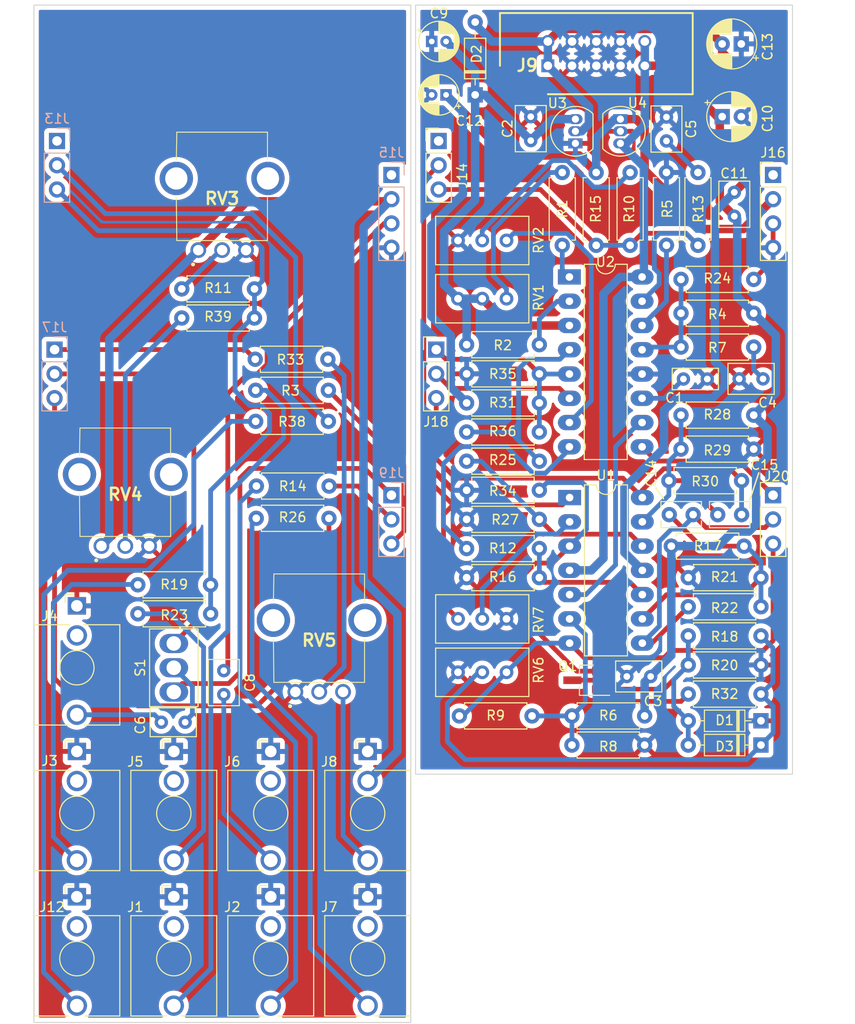
<source format=kicad_pcb>
(kicad_pcb (version 20211014) (generator pcbnew)
  (layers (0 "F.Cu" signal) (31 "B.Cu" signal) (34 "B.Paste" user) (35 "F.Paste" user) (36 "B.SilkS" user "B.Silkscreen") (37 "F.SilkS" user "F.Silkscreen") (38 "B.Mask" user) (39 "F.Mask" user) (44 "Edge.Cuts" user))
  (net 0 "")
  (net 1 "Net-(C1-Pad1)")
  (net 2 "GND")
  (net 3 "-5VA")
  (net 4 "+12VA")
  (net 5 "Net-(C4-Pad1)")
  (net 6 "Net-(C5-Pad1)")
  (net 7 "/SYNC")
  (net 8 "Net-(C6-Pad2)")
  (net 9 "/LINFM")
  (net 10 "/TR3C")
  (net 11 "-12VA")
  (net 12 "+5VA")
  (net 13 "Net-(C14-Pad1)")
  (net 14 "Net-(C15-Pad1)")
  (net 15 "/BL3M")
  (net 16 "Net-(D1-Pad2)")
  (net 17 "Net-(D3-Pad1)")
  (net 18 "/TRI")
  (net 20 "/SAW")
  (net 22 "/CV1")
  (net 25 "/CV2")
  (net 28 "/PULSE")
  (net 30 "/PWM")
  (net 31 "/SIN")
  (net 33 "Net-(Q1-Pad1)")
  (net 34 "Net-(Q1-Pad2)")
  (net 35 "Net-(R1-Pad1)")
  (net 36 "Net-(R1-Pad2)")
  (net 37 "Net-(R2-Pad2)")
  (net 38 "/LIN_FM")
  (net 39 "Net-(R5-Pad1)")
  (net 40 "Net-(R6-Pad1)")
  (net 41 "Net-(R10-Pad1)")
  (net 42 "/CV_NODE")
  (net 43 "Net-(R11-Pad1)")
  (net 44 "/SAW_OUT")
  (net 45 "Net-(R12-Pad2)")
  (net 46 "/PULSE_OUT")
  (net 47 "Net-(R25-Pad2)")
  (net 48 "Net-(R33-Pad1)")
  (net 49 "/SIN_RAW")
  (net 50 "Net-(R39-Pad1)")
  (net 51 "Net-(RV2-Pad1)")
  (net 52 "Net-(RV7-Pad2)")
  (net 53 "/TRIANGLE_OUT")
  (net 54 "/TL3C")
  (net 55 "/TR3M")
  (net 56 "/TL2C")
  (net 57 "/TL1C")
  (net 58 "/TL1M")
  (net 59 "/TR2C")
  (net 60 "/TR1C")
  (net 61 "/TR1M")
  (net 62 "/BL3C")
  (net 63 "/BL2C")
  (net 64 "/BL1C")
  (net 65 "/BL2M")
  (net 66 "/BR1C")
  (net 67 "/BR2C")
  (net 68 "/BR3C")
  (net 69 "/BR3M")
  (net 70 "/BR2M")
  (net 71 "/BR1M")
  (net 72 "/BL1M")
  (net 73 "/TR2M")
  (net 74 "/TR2C_5V")
  (footprint "Connector_Audio:Jack_3.5mm_QingPu_WQP-PJ398SM_Vertical_CircularHoles" (layer "F.Cu") (at 34.98 93.345)
    (fp_text reference "J7")
    (fp_text value "JACK_2P")
  )
  (footprint "Package_DIP:DIP-16_W7.62mm_LongPads" (layer "F.Cu") (at 56.119 28.463)
    (fp_text reference "U2")
    (fp_text value "AS3340")
  )
  (footprint "Capacitor_THT:C_Rect_L4.6mm_W3.0mm_P2.50mm_MKS02_FKP02" (layer "F.Cu") (at 19.9 72.175 90)
    (fp_text reference "C8")
    (fp_text value "10n")
  )
  (footprint "Resistor_THT:R_Axial_DIN0207_L6.3mm_D2.5mm_P7.62mm_Horizontal" (layer "F.Cu") (at 23.3 53.725)
    (fp_text reference "R26")
    (fp_text value "1k")
  )
  (footprint "Resistor_THT:R_Axial_DIN0207_L6.3mm_D2.5mm_P7.62mm_Horizontal" (layer "F.Cu") (at 68.58 62.986)
    (fp_text reference "R22")
    (fp_text value "100k")
  )
  (footprint "Capacitor_THT:C_Rect_L4.6mm_W3.0mm_P2.50mm_MKS02_FKP02" (layer "F.Cu") (at 64.64 70.288 180)
    (fp_text reference "C3")
    (fp_text value "100n")
  )
  (footprint "Connector_Audio:Jack_3.5mm_QingPu_WQP-PJ398SM_Vertical_CircularHoles" (layer "F.Cu") (at 4.5 93.345)
    (fp_text reference "J12")
    (fp_text value "JACK_2P")
  )
  (footprint "Resistor_THT:R_Axial_DIN0207_L6.3mm_D2.5mm_P7.62mm_Horizontal" (layer "F.Cu") (at 76.2 66.034 180)
    (fp_text reference "R18")
    (fp_text value "1M")
  )
  (footprint "Package_DIP:DIP-14_W7.62mm_LongPads" (layer "F.Cu") (at 56.144 51.557)
    (fp_text reference "U1")
    (fp_text value "TL074")
  )
  (footprint "Resistor_THT:R_Axial_DIN0207_L6.3mm_D2.5mm_P7.62mm_Horizontal" (layer "F.Cu") (at 67.818 35.801334)
    (fp_text reference "R7")
    (fp_text value "470")
  )
  (footprint "Connector_Audio:Jack_3.5mm_QingPu_WQP-PJ398SM_Vertical_CircularHoles" (layer "F.Cu") (at 24.82 93.345)
    (fp_text reference "J2")
    (fp_text value "JACK_2P")
  )
  (footprint "Connector_Audio:Jack_3.5mm_QingPu_WQP-PJ398SM_Vertical_CircularHoles" (layer "F.Cu") (at 14.66 78.13)
    (fp_text reference "J5")
    (fp_text value "JACK_2P")
  )
  (footprint "Resistor_THT:R_Axial_DIN0207_L6.3mm_D2.5mm_P7.62mm_Horizontal" (layer "F.Cu") (at 52.971 38.602 180)
    (fp_text reference "R35")
    (fp_text value "200k")
  )
  (footprint "Resistor_THT:R_Axial_DIN0207_L6.3mm_D2.5mm_P7.62mm_Horizontal" (layer "F.Cu") (at 45.351 35.548)
    (fp_text reference "R2")
    (fp_text value "5.6k")
  )
  (footprint "Capacitor_THT:C_Rect_L4.0mm_W2.5mm_P2.50mm" (layer "F.Cu") (at 71.668 53.34)
    (fp_text reference "C15")
    (fp_text value "10p")
  )
  (footprint "Capacitor_THT:C_Rect_L4.6mm_W3.0mm_P2.50mm_MKS02_FKP02" (layer "F.Cu") (at 73.406 22.098 90)
    (fp_text reference "C11")
    (fp_text value "100n")
  )
  (footprint "Potentiometer_THT:Potentiometer_Bourns_3296W_Vertical" (layer "F.Cu") (at 49.528 64.256)
    (fp_text reference "RV7")
    (fp_text value "10K")
  )
  (footprint "Package_TO_SOT_THT:TO-92_Inline" (layer "F.Cu") (at 61.468 11.938 -90)
    (fp_text reference "U4")
    (fp_text value "LP2950")
  )
  (footprint "Resistor_THT:R_Axial_DIN0207_L6.3mm_D2.5mm_P7.62mm_Horizontal" (layer "F.Cu") (at 10.9 63.725)
    (fp_text reference "R23")
    (fp_text value "100k")
  )
  (footprint "Capacitor_THT:CP_Radial_D4.0mm_P1.50mm" (layer "F.Cu") (at 43.195401 9.398 180)
    (fp_text reference "C12")
    (fp_text value "1u")
  )
  (footprint "SamacSys_Parts:RD901F4015R1B10K00DL1" (layer "F.Cu") (at 7.075 56.625)
    (fp_text reference "RV4")
    (fp_text value "100k" hide)
  )
  (footprint "Resistor_THT:R_Axial_DIN0207_L6.3mm_D2.5mm_P7.62mm_Horizontal" (layer "F.Cu") (at 55.372 17.526 -90)
    (fp_text reference "R1")
    (fp_text value "24k")
  )
  (footprint "Diode_THT:D_DO-35_SOD27_P7.62mm_Horizontal" (layer "F.Cu") (at 76.2 74.924 180)
    (fp_text reference "D1")
    (fp_text value "1N4148")
  )
  (footprint "Package_TO_SOT_SMD:SOT-23_Handsoldering" (layer "F.Cu") (at 57.936 70.678 180)
    (fp_text reference "Q1")
    (fp_text value "MMBFJ201")
  )
  (footprint "Potentiometer_THT:Potentiometer_Bourns_3296W_Vertical" (layer "F.Cu") (at 49.528 24.638)
    (fp_text reference "RV2")
    (fp_text value "10K")
  )
  (footprint "Capacitor_THT:CP_Radial_D5.0mm_P2.00mm" (layer "F.Cu") (at 72.136 11.678)
    (fp_text reference "C10")
    (fp_text value "10u")
  )
  (footprint "Resistor_THT:R_Axial_DIN0207_L6.3mm_D2.5mm_P7.62mm_Horizontal" (layer "F.Cu") (at 64.008 77.464 180)
    (fp_text reference "R8")
    (fp_text value "91k")
  )
  (footprint "Capacitor_THT:C_Rect_L4.6mm_W3.0mm_P2.50mm_MKS02_FKP02" (layer "F.Cu") (at 52.07 11.684 -90)
    (fp_text reference "C2")
    (fp_text value "100n")
  )
  (footprint "Resistor_THT:R_Axial_DIN0207_L6.3mm_D2.5mm_P7.62mm_Horizontal" (layer "F.Cu") (at 23.24 43.575)
    (fp_text reference "R38")
    (fp_text value "1k")
  )
  (footprint "Capacitor_THT:C_Rect_L4.6mm_W2.0mm_P2.50mm_MKS02_FKP02" (layer "F.Cu") (at 68.072 39.141334)
    (fp_text reference "C1")
    (fp_text value "1n")
  )
  (footprint "Resistor_THT:R_Axial_DIN0207_L6.3mm_D2.5mm_P7.62mm_Horizontal" (layer "F.Cu") (at 23.24 40.325)
    (fp_text reference "R3")
    (fp_text value "1k")
  )
  (footprint "Connector_Audio:Jack_3.5mm_QingPu_WQP-PJ398SM_Vertical_CircularHoles" (layer "F.Cu") (at 34.98 78.13)
    (fp_text reference "J8")
    (fp_text value "JACK_2P")
  )
  (footprint "Resistor_THT:R_Axial_DIN0207_L6.3mm_D2.5mm_P7.62mm_Horizontal" (layer "F.Cu") (at 75.438 28.714667 180)
    (fp_text reference "R24")
    (fp_text value "1M")
  )
  (footprint "Capacitor_THT:CP_Radial_D4.0mm_P1.50mm" (layer "F.Cu") (at 41.695401 3.81)
    (fp_text reference "C9")
    (fp_text value "1u")
  )
  (footprint "Resistor_THT:R_Axial_DIN0207_L6.3mm_D2.5mm_P7.62mm_Horizontal" (layer "F.Cu") (at 45.351 44.692)
    (fp_text reference "R36")
    (fp_text value "10M")
  )
  (footprint "Resistor_THT:R_Axial_DIN0207_L6.3mm_D2.5mm_P7.62mm_Horizontal" (layer "F.Cu") (at 67.818 32.258)
    (fp_text reference "R4")
    (fp_text value "1.5M")
  )
  (footprint "Resistor_THT:R_Axial_DIN0207_L6.3mm_D2.5mm_P7.62mm_Horizontal" (layer "F.Cu") (at 62.484 17.526 -90)
    (fp_text reference "R10")
    (fp_text value "470k")
  )
  (footprint "Resistor_THT:R_Axial_DIN0207_L6.3mm_D2.5mm_P7.62mm_Horizontal" (layer "F.Cu") (at 45.351 53.836)
    (fp_text reference "R27")
    (fp_text value "100k")
  )
  (footprint "Resistor_THT:R_Axial_DIN0207_L6.3mm_D2.5mm_P7.62mm_Horizontal" (layer "F.Cu") (at 75.438 46.482 180)
    (fp_text reference "R29")
    (fp_text value "91k")
  )
  (footprint "Potentiometer_THT:Potentiometer_Bourns_3296W_Vertical" (layer "F.Cu") (at 49.528 69.844)
    (fp_text reference "RV6")
    (fp_text value "10K")
  )
  (footprint "Resistor_THT:R_Axial_DIN0207_L6.3mm_D2.5mm_P7.62mm_Horizontal" (layer "F.Cu") (at 68.58 69.082)
    (fp_text reference "R20")
    (fp_text value "1M")
  )
  (footprint "Diode_THT:D_DO-35_SOD27_P7.62mm_Horizontal" (layer "F.Cu") (at 76.2 77.464 180)
    (fp_text reference "D3")
    (fp_text value "1N4148")
  )
  (footprint "Resistor_THT:R_Axial_DIN0207_L6.3mm_D2.5mm_P7.62mm_Horizontal" (layer "F.Cu") (at 67.818 42.926)
    (fp_text reference "R28")
    (fp_text value "240k")
  )
  (footprint "SamacSys_Parts:RD901F4015R1B10K00DL1" (layer "F.Cu") (at 17.225 25.65)
    (fp_text reference "RV3")
    (fp_text value "10k" hide)
  )
  (footprint "Resistor_THT:R_Axial_DIN0207_L6.3mm_D2.5mm_P7.62mm_Horizontal" (layer "F.Cu") (at 58.928 25.146 90)
    (fp_text reference "R15")
    (fp_text value "220k")
  )
  (footprint "Resistor_THT:R_Axial_DIN0207_L6.3mm_D2.5mm_P7.62mm_Horizontal" (layer "F.Cu") (at 52.971 47.746 180)
    (fp_text reference "R25")
    (fp_text value "180k")
  )
  (footprint "Resistor_THT:R_Axial_DIN0207_L6.3mm_D2.5mm_P7.62mm_Horizontal" (layer "F.Cu") (at 74.422 56.642 180)
    (fp_text reference "R17")
    (fp_text value "240k")
  )
  (footprint "Capacitor_THT:C_Rect_L4.6mm_W3.0mm_P2.50mm_MKS02_FKP02" (layer "F.Cu") (at 76.414 39.128667 180)
    (fp_text reference "C4")
    (fp_text value "10n")
  )
  (footprint "SamacSys_Parts:SHDR10W50P254_2X5_2020X850X920P" (layer "F.Cu") (at 53.863401 6.35)
    (fp_text reference "J9")
    (fp_text value "PWR" hide)
  )
  (footprint "Resistor_THT:R_Axial_DIN0207_L6.3mm_D2.5mm_P7.62mm_Horizontal" (layer "F.Cu") (at 68.58 59.938)
    (fp_text reference "R21")
    (fp_text value "91k")
  )
  (footprint "Diode_THT:D_DO-35_SOD27_P7.62mm_Horizontal" (layer "F.Cu") (at 46.243401 9.398 90)
    (fp_text reference "D2")
    (fp_text value "1N4148")
  )
  (footprint "Resistor_THT:R_Axial_DIN0207_L6.3mm_D2.5mm_P7.62mm_Horizontal" (layer "F.Cu") (at 52.971 50.788 180)
    (fp_text reference "R34")
    (fp_text value "1k")
  )
  (footprint "Resistor_THT:R_Axial_DIN0207_L6.3mm_D2.5mm_P7.62mm_Horizontal" (layer "F.Cu") (at 45.351 59.938)
    (fp_text reference "R16")
    (fp_text value "100k")
  )
  (footprint "Resistor_THT:R_Axial_DIN0207_L6.3mm_D2.5mm_P7.62mm_Horizontal" (layer "F.Cu") (at 15.494 29.712)
    (fp_text reference "R11")
    (fp_text value "47k")
  )
  (footprint "Resistor_THT:R_Axial_DIN0207_L6.3mm_D2.5mm_P7.62mm_Horizontal" (layer "F.Cu") (at 69.596 17.526 -90)
    (fp_text reference "R13")
    (fp_text value "470")
  )
  (footprint "SamacSys_Parts:RD901F4015R1B10K00DL1" (layer "F.Cu") (at 27.4 71.9)
    (fp_text reference "RV5")
    (fp_text value "100k" hide)
  )
  (footprint "Resistor_THT:R_Axial_DIN0207_L6.3mm_D2.5mm_P7.62mm_Horizontal" (layer "F.Cu") (at 74.168 49.784 180)
    (fp_text reference "R30")
    (fp_text value "100k")
  )
  (footprint "Resistor_THT:R_Axial_DIN0207_L6.3mm_D2.5mm_P7.62mm_Horizontal" (layer "F.Cu") (at 56.388 74.416)
    (fp_text reference "R6")
    (fp_text value "240k")
  )
  (footprint "Kicad Libraries:200MSP1T1B1M1RE" (layer "F.Cu") (at 14.66 69.37 90)
    (fp_text reference "S1")
    (fp_text value "TS-01")
  )
  (footprint "Resistor_THT:R_Axial_DIN0207_L6.3mm_D2.5mm_P7.62mm_Horizontal" (layer "F.Cu") (at 44.589 74.416)
    (fp_text reference "R9")
    (fp_text value "100k")
  )
  (footprint "Package_TO_SOT_THT:TO-92_Inline" (layer "F.Cu") (at 56.748 14.478 90)
    (fp_text reference "U3")
    (fp_text value "79L05")
  )
  (footprint "Potentiometer_THT:Potentiometer_Bourns_3296W_Vertical" (layer "F.Cu") (at 49.528 30.734)
    (fp_text reference "RV1")
    (fp_text value "10K")
  )
  (footprint "Connector_PinHeader_2.54mm:PinHeader_1x03_P2.54mm_Vertical" (layer "F.Cu") (at 77.47 51.308)
    (fp_text reference "J20")
    (fp_text value "Bottom Right(M)")
  )
  (footprint "Capacitor_THT:CP_Radial_D5.0mm_P2.00mm" (layer "F.Cu") (at 74.136 4.064 180)
    (fp_text reference "C13")
    (fp_text value "10u")
  )
  (footprint "Resistor_THT:R_Axial_DIN0207_L6.3mm_D2.5mm_P7.62mm_Horizontal" (layer "F.Cu") (at 30.81 37.075 180)
    (fp_text reference "R33")
    (fp_text value "100k")
  )
  (footprint "Capacitor_THT:C_Rect_L4.6mm_W3.0mm_P2.50mm_MKS02_FKP02" (layer "F.Cu") (at 13.35 75.078)
    (fp_text reference "C6")
    (fp_text value "10n")
  )
  (footprint "Resistor_THT:R_Axial_DIN0207_L6.3mm_D2.5mm_P7.62mm_Horizontal" (layer "F.Cu") (at 23.315 50.35)
    (fp_text reference "R14")
    (fp_text value "1k")
  )
  (footprint "Connector_Audio:Jack_3.5mm_QingPu_WQP-PJ398SM_Vertical_CircularHoles" (layer "F.Cu") (at 4.5 62.89)
    (fp_text reference "J4")
    (fp_text value "JACK_2P")
  )
  (footprint "Capacitor_THT:C_Rect_L4.0mm_W2.5mm_P2.50mm" (layer "F.Cu") (at 66.588 53.34)
    (fp_text reference "C14")
    (fp_text value "10p")
  )
  (footprint "Resistor_THT:R_Axial_DIN0207_L6.3mm_D2.5mm_P7.62mm_Horizontal" (layer "F.Cu") (at 45.351 41.65)
    (fp_text reference "R31")
    (fp_text value "100k")
  )
  (footprint "Capacitor_THT:C_Rect_L4.6mm_W3.0mm_P2.50mm_MKS02_FKP02" (layer "F.Cu") (at 66.294 14.224 90)
    (fp_text reference "C5")
    (fp_text value "10n")
  )
  (footprint "Resistor_THT:R_Axial_DIN0207_L6.3mm_D2.5mm_P7.62mm_Horizontal" (layer "F.Cu") (at 10.89 60.688)
    (fp_text reference "R19")
    (fp_text value "100k")
  )
  (footprint "Connector_Audio:Jack_3.5mm_QingPu_WQP-PJ398SM_Vertical_CircularHoles" (layer "F.Cu") (at 24.82 78.13)
    (fp_text reference "J6")
    (fp_text value "JACK_2P")
  )
  (footprint "Connector_PinHeader_2.54mm:PinHeader_1x03_P2.54mm_Vertical" (layer "F.Cu") (at 42.418 14.224)
    (fp_text reference "J14")
    (fp_text value "Top Left(M)")
  )
  (footprint "Connector_Audio:Jack_3.5mm_QingPu_WQP-PJ398SM_Vertical_CircularHoles" (layer "F.Cu") (at 14.66 93.345)
    (fp_text reference "J1")
    (fp_text value "JACK_2P")
  )
  (footprint "Connector_Audio:Jack_3.5mm_QingPu_WQP-PJ398SM_Vertical_CircularHoles" (layer "F.Cu") (at 4.5 78.13)
    (fp_text reference "J3")
    (fp_text value "JACK_2P")
  )
  (footprint "Resistor_THT:R_Axial_DIN0207_L6.3mm_D2.5mm_P7.62mm_Horizontal" (layer "F.Cu") (at 66.294 25.14 90)
    (fp_text reference "R5")
    (fp_text value "1.8k")
  )
  (footprint "Resistor_THT:R_Axial_DIN0207_L6.3mm_D2.5mm_P7.62mm_Horizontal" (layer "F.Cu") (at 15.494 32.76)
    (fp_text reference "R39")
    (fp_text value "1.5M")
  )
  (footprint "Connector_PinHeader_2.54mm:PinHeader_1x03_P2.54mm_Vertical" (layer "F.Cu") (at 42.164 36.068)
    (fp_text reference "J18")
    (fp_text value "Bottom Left(M)")
  )
  (footprint "Resistor_THT:R_Axial_DIN0207_L6.3mm_D2.5mm_P7.62mm_Horizontal" (layer "F.Cu") (at 76.2 72.13 180)
    (fp_text reference "R32")
    (fp_text value "1k")
  )
  (footprint "Resistor_THT:R_Axial_DIN0207_L6.3mm_D2.5mm_P7.62mm_Horizontal" (layer "F.Cu") (at 45.351 56.89)
    (fp_text reference "R12")
    (fp_text value "100k")
  )
  (footprint "Connector_PinHeader_2.54mm:PinHeader_1x04_P2.54mm_Vertical" (layer "F.Cu") (at 77.47 17.78)
    (fp_text reference "J16")
    (fp_text value "Top Right (M)")
  )
  (footprint "Connector_PinHeader_2.54mm:PinHeader_1x03_P2.54mm_Vertical" (layer "B.Cu") (at 2.164 36.068 180)
    (fp_text reference "J17")
    (fp_text value "Bottom Left(C)")
  )
  (footprint "Connector_PinHeader_2.54mm:PinHeader_1x03_P2.54mm_Vertical" (layer "B.Cu") (at 37.47 51.308 180)
    (fp_text reference "J19")
    (fp_text value "Bottom Right(C)")
  )
  (footprint "Connector_PinHeader_2.54mm:PinHeader_1x03_P2.54mm_Vertical" (layer "B.Cu") (at 2.418 14.224 180)
    (fp_text reference "J13")
    (fp_text value "Top Left(C)")
  )
  (footprint "Connector_PinHeader_2.54mm:PinHeader_1x04_P2.54mm_Vertical" (layer "B.Cu") (at 37.47 17.78 180)
    (fp_text reference "J15")
    (fp_text value "Top Right(C)")
  )
  (gr_line (start 65.13 50.488) (end 65.99 51.678) (layer "F.SilkS") (width 0.15))
  (gr_line (start 75.97 48.968) (end 75.04 51.768) (layer "F.SilkS") (width 0.15))
  (gr_rect locked (start 40 0) (end 79.5 80.51292) (layer "Edge.Cuts") (width 0.1) (fill none))
  (gr_rect locked (start 0 0) (end 39.5 106.5) (layer "Edge.Cuts") (width 0.1) (fill none))
  (segment (start 63.739 41.163) (end 66.050334 41.163) (width 0.5) (layer "B.Cu") (net 1))
  (segment (start 66.050334 41.163) (end 68.072 39.141334) (width 0.5) (layer "B.Cu") (net 1))
  (segment (start 46.988 30.734) (end 49.797 33.543) (width 0.89) (layer "F.Cu") (net 3))
  (segment (start 49.797 33.543) (end 56.119 33.543) (width 0.89) (layer "F.Cu") (net 3))
  (segment (start 42.99952 23.66948) (end 46.243401 20.425599) (width 0.89) (layer "B.Cu") (net 3))
  (segment (start 52.07 14.184) (end 54.316 11.938) (width 0.89) (layer "B.Cu") (net 3))
  (segment (start 46.243401 20.425599) (end 46.243401 9.398) (width 0.89) (layer "B.Cu") (net 3))
  (segment (start 44.448 30.734) (end 42.99952 29.28552) (width 0.89) (layer "B.Cu") (net 3))
  (segment (start 45.351 31.637) (end 44.448 30.734) (width 0.89) (layer "B.Cu") (net 3))
  (segment (start 47.284 9.398) (end 52.07 14.184) (width 0.89) (layer "B.Cu") (net 3))
  (segment (start 46.243401 9.398) (end 46.243401 6.858) (width 0.89) (layer "B.Cu") (net 3))
  (segment (start 46.243401 6.858) (end 43.195401 3.81) (width 0.89) (layer "B.Cu") (net 3))
  (segment (start 44.448 30.734) (end 46.988 30.734) (width 0.89) (layer "B.Cu") (net 3))
  (segment (start 54.316 11.938) (end 56.748 11.938) (width 0.89) (layer "B.Cu") (net 3))
  (segment (start 45.351 35.548) (end 45.351 31.637) (width 0.89) (layer "B.Cu") (net 3))
  (segment (start 42.99952 29.28552) (end 42.99952 23.66948) (width 0.89) (layer "B.Cu") (net 3))
  (segment (start 46.243401 9.398) (end 47.284 9.398) (width 0.89) (layer "B.Cu") (net 3))
  (segment (start 64.023401 6.35) (end 66.3 6.35) (width 0.89) (layer "F.Cu") (net 4))
  (segment (start 72.136 11.678) (end 71.882 11.932) (width 0.89) (layer "F.Cu") (net 4))
  (segment (start 71.628 11.678) (end 72.136 11.678) (width 0.89) (layer "F.Cu") (net 4))
  (segment (start 71.882 11.932) (end 71.882 20.574) (width 0.89) (layer "F.Cu") (net 4))
  (segment (start 66.3 6.35) (end 71.628 11.678) (width 0.89) (layer "F.Cu") (net 4))
  (segment (start 71.882 20.574) (end 73.406 22.098) (width 0.89) (layer "F.Cu") (net 4))
  (segment (start 77.758511 34.578511) (end 75.438 32.258) (width 0.89) (layer "B.Cu") (net 4))
  (segment (start 63.739 28.463) (end 61.447 28.463) (width 0.89) (layer "B.Cu") (net 4))
  (segment (start 63.082337 16.081489) (end 63.077489 16.081489) (width 0.89) (layer "B.Cu") (net 4))
  (segment (start 66.802 56.642) (end 71.712174 56.642) (width 0.89) (layer "B.Cu") (net 4))
  (segment (start 73.71 22.402) (end 73.71 30.53) (width 0.89) (layer "B.Cu") (net 4))
  (segment (start 73.71 30.53) (end 75.438 32.258) (width 0.89) (layer "B.Cu") (net 4))
  (segment (start 77.758511 40.605489) (end 77.758511 34.578511) (width 0.89) (layer "B.Cu") (net 4))
  (segment (start 76.882511 44.370511) (end 75.438 42.926) (width 0.89) (layer "B.Cu") (net 4))
  (segment (start 59.69 57.906) (end 58.419 59.177) (width 0.89) (layer "B.Cu") (net 4))
  (segment (start 59.69 30.22) (end 59.69 57.906) (width 0.89) (layer "B.Cu") (net 4))
  (segment (start 64.023401 12.53155) (end 64.023401 6.35) (width 0.89) (layer "B.Cu") (net 4))
  (segment (start 76.882511 47.317489) (end 76.882511 44.370511) (width 0.89) (layer "B.Cu") (net 4))
  (segment (start 64.023401 3.81) (end 64.023401 6.35) (width 0.89) (layer "B.Cu") (net 4))
  (segment (start 63.077489 16.081489) (end 61.474 14.478) (width 0.89) (layer "B.Cu") (net 4))
  (segment (start 75.438 42.926) (end 77.758511 40.605489) (width 0.89) (layer "B.Cu") (net 4))
  (segment (start 62.076951 14.478) (end 61.468 14.478) (width 0.89) (layer "B.Cu") (net 4))
  (segment (start 61.447 28.463) (end 59.69 30.22) (width 0.89) (layer "B.Cu") (net 4))
  (segment (start 75.692 48.508) (end 76.882511 47.317489) (width 0.89) (layer "B.Cu") (net 4))
  (segment (start 64.008 70.866) (end 64.77 70.104) (width 0.89) (layer "B.Cu") (net 4))
  (segment (start 63.739 28.463) (end 63.928511 28.273489) (width 0.89) (layer "B.Cu") (net 4))
  (segment (start 66.802 68.072) (end 66.802 56.642) (width 0.89) (layer "B.Cu") (net 4))
  (segment (start 58.419 59.177) (end 56.144 59.177) (width 0.89) (layer "B.Cu") (net 4))
  (segment (start 73.406 22.098) (end 73.71 22.402) (width 0.89) (layer "B.Cu") (net 4))
  (segment (start 75.692 54.35) (end 75.692 48.508) (width 0.89) (layer "B.Cu") (net 4))
  (segment (start 74.93 55.112) (end 75.692 54.35) (width 0.89) (layer "B.Cu") (net 4))
  (segment (start 73.242174 55.112) (end 74.93 55.112) (width 0.89) (layer "B.Cu") (net 4))
  (segment (start 64.008 74.416) (end 64.008 70.866) (width 0.89) (layer "B.Cu") (net 4))
  (segment (start 63.928511 28.273489) (end 63.928511 16.927663) (width 0.89) (layer "B.Cu") (net 4))
  (segment (start 64.023401 12.53155) (end 62.076951 14.478) (width 0.89) (layer "B.Cu") (net 4))
  (segment (start 63.928511 16.927663) (end 63.082337 16.081489) (width 0.89) (layer "B.Cu") (net 4))
  (segment (start 71.712174 56.642) (end 73.242174 55.112) (width 0.89) (layer "B.Cu") (net 4))
  (segment (start 61.474 14.478) (end 61.468 14.478) (width 0.89) (layer "B.Cu") (net 4))
  (segment (start 64.77 70.104) (end 66.802 68.072) (width 0.89) (layer "B.Cu") (net 4))
  (segment (start 75.438 35.801334) (end 75.438 38.152667) (width 0.5) (layer "B.Cu") (net 5))
  (segment (start 75.438 38.152667) (end 76.414 39.128667) (width 0.5) (layer "B.Cu") (net 5))
  (segment (start 66.294 14.224) (end 69.596 17.526) (width 0.5) (layer "B.Cu") (net 6))
  (segment (start 4.5 74.29) (end 12.64 74.29) (width 0.5) (layer "B.Cu") (net 7))
  (segment (start 12.64 74.29) (end 13.35 75) (width 0.5) (layer "B.Cu") (net 7))
  (segment (start 16.60952 71.30959) (end 16.60952 74.24048) (width 0.5) (layer "B.Cu") (net 8))
  (segment (start 14.66993 69.37) (end 16.60952 71.30959) (width 0.5) (layer "B.Cu") (net 8))
  (segment (start 14.66 69.37) (end 14.66993 69.37) (width 0.5) (layer "B.Cu") (net 8))
  (segment (start 16.60952 74.24048) (end 15.85 75) (width 0.5) (layer "B.Cu") (net 8))
  (segment (start 19.9 84.61) (end 24.82 89.53) (width 0.5) (layer "B.Cu") (net 9))
  (segment (start 19.9 72.175) (end 19.9 84.61) (width 0.5) (layer "B.Cu") (net 9))
  (segment (start 20.32 40.676946) (end 22.394946 38.602) (width 0.5) (layer "F.Cu") (net 10))
  (segment (start 19.9 69.675) (end 20.32 69.255) (width 0.5) (layer "F.Cu") (net 10))
  (segment (start 24.439511 37.592565) (end 24.439511 35.128489) (width 0.5) (layer "F.Cu") (net 10))
  (segment (start 36.708 22.86) (end 37.47 22.86) (width 0.5) (layer "F.Cu") (net 10))
  (segment (start 24.439511 35.128489) (end 36.708 22.86) (width 0.5) (layer "F.Cu") (net 10))
  (segment (start 22.394946 38.602) (end 23.430076 38.602) (width 0.5) (layer "F.Cu") (net 10))
  (segment (start 23.430076 38.602) (end 24.439511 37.592565) (width 0.5) (layer "F.Cu") (net 10))
  (segment (start 20.32 69.255) (end 20.32 40.676946) (width 0.5) (layer "F.Cu") (net 10))
  (segment (start 75.580511 17.423489) (end 75.580511 8.397533) (width 0.89) (layer "F.Cu") (net 11))
  (segment (start 73.406 19.598) (end 75.580511 17.423489) (width 0.89) (layer "F.Cu") (net 11))
  (segment (start 72.136 4.953022) (end 72.136 4.064) (width 0.89) (layer "F.Cu") (net 11))
  (segment (start 70.562489 2.490489) (end 72.136 4.064) (width 0.89) (layer "F.Cu") (net 11))
  (segment (start 55.182912 2.490489) (end 53.863401 3.81) (width 0.89) (layer "F.Cu") (net 11))
  (segment (start 75.580511 8.397533) (end 72.136 4.953022) (width 0.89) (layer "F.Cu") (net 11))
  (segment (start 55.182912 2.490489) (end 70.562489 2.490489) (width 0.89) (layer "F.Cu") (net 11))
  (segment (start 48.012 3.81) (end 53.863401 3.81) (width 0.89) (layer "B.Cu") (net 11))
  (segment (start 66.420856 42.05752) (end 66.39448 42.05752) (width 0.89) (layer "B.Cu") (net 11))
  (segment (start 71.12 41.142) (end 67.336376 41.142) (width 0.89) (layer "B.Cu") (net 11))
  (segment (start 58.166 10.652599) (end 58.166 12.44) (width 0.89) (layer "B.Cu") (net 11))
  (segment (start 46.243401 1.778) (end 46.243401 2.041401) (width 0.89) (layer "B.Cu") (net 11))
  (segment (start 53.863401 3.81) (end 53.863401 6.35) (width 0.89) (layer "B.Cu") (net 11))
  (segment (start 53.863401 6.35) (end 58.166 10.652599) (width 0.89) (layer "B.Cu") (net 11))
  (segment (start 71.374 21.63) (end 71.374 37.332) (width 0.89) (layer "B.Cu") (net 11))
  (segment (start 66.39448 42.05752) (end 66.04 42.412) (width 0.89) (layer "B.Cu") (net 11))
  (segment (start 72.39 38.348) (end 72.39 39.872) (width 0.89) (layer "B.Cu") (net 11))
  (segment (start 57.398 13.208) (end 56.748 13.208) (width 0.89) (layer "B.Cu") (net 11))
  (segment (start 46.243401 2.041401) (end 48.012 3.81) (width 0.89) (layer "B.Cu") (net 11))
  (segment (start 67.336376 41.142) (end 66.420856 42.05752) (width 0.89) (layer "B.Cu") (net 11))
  (segment (start 66.04 46.384859) (end 61.89448 50.530379) (width 0.89) (layer "B.Cu") (net 11))
  (segment (start 72.39 39.872) (end 71.12 41.142) (width 0.89) (layer "B.Cu") (net 11))
  (segment (start 61.89448 57.30748) (end 63.764 59.177) (width 0.89) (layer "B.Cu") (net 11))
  (segment (start 66.04 42.412) (end 66.04 46.384859) (width 0.89) (layer "B.Cu") (net 11))
  (segment (start 61.89448 50.530379) (end 61.89448 57.30748) (width 0.89) (layer "B.Cu") (net 11))
  (segment (start 58.166 12.44) (end 57.398 13.208) (width 0.89) (layer "B.Cu") (net 11))
  (segment (start 73.406 19.598) (end 71.374 21.63) (width 0.89) (layer "B.Cu") (net 11))
  (segment (start 71.374 37.332) (end 72.39 38.348) (width 0.89) (layer "B.Cu") (net 11))
  (segment (start 43.195401 9.398) (end 49.539401 15.742) (width 0.89) (layer "F.Cu") (net 12))
  (segment (start 57.144 15.742) (end 58.928 17.526) (width 0.89) (layer "F.Cu") (net 12))
  (segment (start 64.008 17.276848) (end 64.008 12.838) (width 0.89) (layer "F.Cu") (net 12))
  (segment (start 77.47 20.32) (end 74.347489 23.442511) (width 0.89) (layer "F.Cu") (net 12))
  (segment (start 64.008 12.838) (end 63.108 11.938) (width 0.89) (layer "F.Cu") (net 12))
  (segment (start 63.108 11.938) (end 61.468 11.938) (width 0.89) (layer "F.Cu") (net 12))
  (segment (start 70.173663 23.442511) (end 64.008 17.276848) (width 0.89) (layer "F.Cu") (net 12))
  (segment (start 74.347489 23.442511) (end 70.173663 23.442511) (width 0.89) (layer "F.Cu") (net 12))
  (segment (start 49.539401 15.742) (end 57.144 15.742) (width 0.89) (layer "F.Cu") (net 12))
  (segment (start 45.351 41.65) (end 43.688 39.987) (width 0.89) (layer "B.Cu") (net 12))
  (segment (start 61.468 11.938) (end 60.859049 11.938) (width 0.89) (layer "B.Cu") (net 12))
  (segment (start 44.958 19.806) (end 44.958 11.160599) (width 0.89) (layer "B.Cu") (net 12))
  (segment (start 41.656 23.108) (end 44.958 19.806) (width 0.89) (layer "B.Cu") (net 12))
  (segment (start 41.656 32.570978) (end 41.656 23.108) (width 0.89) (layer "B.Cu") (net 12))
  (segment (start 43.688 39.987) (end 43.688 34.602978) (width 0.89) (layer "B.Cu") (net 12))
  (segment (start 44.958 11.160599) (end 43.195401 9.398) (width 0.89) (layer "B.Cu") (net 12))
  (segment (start 43.688 34.602978) (end 41.656 32.570978) (width 0.89) (layer "B.Cu") (net 12))
  (segment (start 58.928 13.869049) (end 58.928 17.526) (width 0.89) (layer "B.Cu") (net 12))
  (segment (start 60.859049 11.938) (end 58.928 13.869049) (width 0.89) (layer "B.Cu") (net 12))
  (segment (start 74.422 56.642) (end 69.89 56.642) (width 0.5) (layer "F.Cu") (net 13))
  (segment (start 69.89 56.642) (end 66.588 53.34) (width 0.5) (layer "F.Cu") (net 13))
  (segment (start 66.284511 61.736489) (end 63.764 64.257) (width 0.5) (layer "F.Cu") (net 13))
  (segment (start 76.2 59.938) (end 74.401511 61.736489) (width 0.5) (layer "F.Cu") (net 13))
  (segment (start 74.401511 61.736489) (end 66.284511 61.736489) (width 0.5) (layer "F.Cu") (net 13))
  (segment (start 74.422 56.642) (end 74.67 56.642) (width 0.5) (layer "B.Cu") (net 13))
  (segment (start 76.2 58.172) (end 76.2 59.938) (width 0.5) (layer "B.Cu") (net 13))
  (segment (start 76.2 59.938) (end 76.2 62.986) (width 0.5) (layer "B.Cu") (net 13))
  (segment (start 74.67 56.642) (end 76.2 58.172) (width 0.5) (layer "B.Cu") (net 13))
  (segment (start 71.668 53.34) (end 68.112 49.784) (width 0.5) (layer "F.Cu") (net 14))
  (segment (start 68.112 49.784) (end 66.548 49.784) (width 0.5) (layer "F.Cu") (net 14))
  (segment (start 66.548 49.784) (end 66.548 51.313) (width 0.5) (layer "B.Cu") (net 14))
  (segment (start 66.548 47.752) (end 67.818 46.482) (width 0.5) (layer "B.Cu") (net 14))
  (segment (start 66.548 49.784) (end 66.548 47.752) (width 0.5) (layer "B.Cu") (net 14))
  (segment (start 66.548 51.313) (end 63.764 54.097) (width 0.5) (layer "B.Cu") (net 14))
  (segment (start 67.818 46.482) (end 67.818 42.926) (width 0.5) (layer "B.Cu") (net 14))
  (segment (start 61.731 49.524) (end 63.764 51.557) (width 0.5) (layer "F.Cu") (net 15))
  (segment (start 63.764 50.784) (end 63.764 51.557) (width 0.5) (layer "F.Cu") (net 15))
  (segment (start 42.164 41.148) (end 42.164 47.492) (width 0.5) (layer "F.Cu") (net 15))
  (segment (start 74.168 49.784) (end 72.918489 48.534489) (width 0.5) (layer "F.Cu") (net 15))
  (segment (start 42.164 47.492) (end 44.196 49.524) (width 0.5) (layer "F.Cu") (net 15))
  (segment (start 44.196 49.524) (end 61.731 49.524) (width 0.5) (layer "F.Cu") (net 15))
  (segment (start 66.013511 48.534489) (end 63.764 50.784) (width 0.5) (layer "F.Cu") (net 15))
  (segment (start 72.918489 48.534489) (end 66.013511 48.534489) (width 0.5) (layer "F.Cu") (net 15))
  (segment (start 74.168 49.784) (end 74.168 53.34) (width 0.5) (layer "B.Cu") (net 15))
  (segment (start 68.58 69.082) (end 66.04 71.622) (width 0.5) (layer "F.Cu") (net 16))
  (segment (start 66.04 71.622) (end 61.468 71.622) (width 0.5) (layer "F.Cu") (net 16))
  (segment (start 60.524 70.678) (end 56.436 70.678) (width 0.5) (layer "F.Cu") (net 16))
  (segment (start 61.468 71.622) (end 60.524 70.678) (width 0.5) (layer "F.Cu") (net 16))
  (segment (start 68.58 74.924) (end 67.056 73.4) (width 0.5) (layer "B.Cu") (net 16))
  (segment (start 68.58 69.082) (end 68.58 66.034) (width 0.5) (layer "B.Cu") (net 16))
  (segment (start 68.58 77.464) (end 68.58 74.416) (width 0.5) (layer "B.Cu") (net 16))
  (segment (start 67.056 73.4) (end 67.056 70.606) (width 0.5) (layer "B.Cu") (net 16))
  (segment (start 67.056 70.606) (end 68.58 69.082) (width 0.5) (layer "B.Cu") (net 16))
  (segment (start 77.47 73.4) (end 77.47 76.194) (width 0.5) (layer "B.Cu") (net 17))
  (segment (start 46.608 69.844) (end 46.988 69.844) (width 0.5) (layer "B.Cu") (net 17))
  (segment (start 74.676 78.988) (end 45.212 78.988) (width 0.5) (layer "B.Cu") (net 17))
  (segment (start 76.2 77.464) (end 74.676 78.988) (width 0.5) (layer "B.Cu") (net 17))
  (segment (start 45.212 78.988) (end 43.339489 77.115489) (width 0.5) (layer "B.Cu") (net 17))
  (segment (start 43.339489 77.115489) (end 43.339489 73.112511) (width 0.5) (layer "B.Cu") (net 17))
  (segment (start 77.449511 67.283511) (end 77.449511 70.880489) (width 0.5) (layer "B.Cu") (net 17))
  (segment (start 76.2 66.034) (end 77.449511 67.283511) (width 0.5) (layer "B.Cu") (net 17))
  (segment (start 76.2 72.13) (end 77.47 73.4) (width 0.5) (layer "B.Cu") (net 17))
  (segment (start 77.47 76.194) (end 76.2 77.464) (width 0.5) (layer "B.Cu") (net 17))
  (segment (start 77.449511 70.880489) (end 76.2 72.13) (width 0.5) (layer "B.Cu") (net 17))
  (segment (start 43.339489 73.112511) (end 46.608 69.844) (width 0.5) (layer "B.Cu") (net 17))
  (segment (start 26.162 42.158) (end 24.329 40.325) (width 0.5) (layer "B.Cu") (net 18))
  (segment (start 20.32 51.175) (end 26.162 45.333) (width 0.5) (layer "B.Cu") (net 18))
  (segment (start 20.32 65.526) (end 20.32 51.175) (width 0.5) (layer "B.Cu") (net 18))
  (segment (start 14.66 104.745) (end 18.542 100.863) (width 0.5) (layer "B.Cu") (net 18))
  (segment (start 18.542 67.304) (end 20.32 65.526) (width 0.5) (layer "B.Cu") (net 18))
  (segment (start 18.542 100.863) (end 18.542 67.304) (width 0.5) (layer "B.Cu") (net 18))
  (segment (start 24.329 40.325) (end 23.24 40.325) (width 0.5) (layer "B.Cu") (net 18))
  (segment (start 26.162 45.333) (end 26.162 42.158) (width 0.5) (layer "B.Cu") (net 18))
  (segment (start 21.59 71.368) (end 21.59 52.06675) (width 0.5) (layer "B.Cu") (net 20))
  (segment (start 23.30675 50.35) (end 23.315 50.35) (width 0.5) (layer "B.Cu") (net 20))
  (segment (start 21.59 52.06675) (end 23.30675 50.35) (width 0.5) (layer "B.Cu") (net 20))
  (segment (start 27.432 102.133) (end 27.432 77.21) (width 0.5) (layer "B.Cu") (net 20))
  (segment (start 27.432 77.21) (end 21.59 71.368) (width 0.5) (layer "B.Cu") (net 20))
  (segment (start 24.82 104.745) (end 27.432 102.133) (width 0.5) (layer "B.Cu") (net 20))
  (segment (start 2.032 87.062) (end 4.5 89.53) (width 0.5) (layer "B.Cu") (net 22))
  (segment (start 10.9 60.65) (end 3.960978 60.65) (width 0.5) (layer "B.Cu") (net 22))
  (segment (start 2.032 62.578978) (end 2.032 87.062) (width 0.5) (layer "B.Cu") (net 22))
  (segment (start 3.960978 60.65) (end 2.032 62.578978) (width 0.5) (layer "B.Cu") (net 22))
  (segment (start 14.66 89.53) (end 17.78 86.41) (width 0.5) (layer "B.Cu") (net 25))
  (segment (start 17.78 86.41) (end 17.78 67.225035) (width 0.5) (layer "B.Cu") (net 25))
  (segment (start 14.279965 63.725) (end 10.9 63.725) (width 0.5) (layer "B.Cu") (net 25))
  (segment (start 17.78 67.225035) (end 14.279965 63.725) (width 0.5) (layer "B.Cu") (net 25))
  (segment (start 28.956 98.721) (end 28.956 76.702) (width 0.5) (layer "B.Cu") (net 28))
  (segment (start 22.86 70.606) (end 22.86 54.165) (width 0.5) (layer "B.Cu") (net 28))
  (segment (start 28.956 76.702) (end 22.86 70.606) (width 0.5) (layer "B.Cu") (net 28))
  (segment (start 22.86 54.165) (end 23.3 53.725) (width 0.5) (layer "B.Cu") (net 28))
  (segment (start 34.98 104.745) (end 28.956 98.721) (width 0.5) (layer "B.Cu") (net 28))
  (segment (start 34.98 89.53) (end 32.4 86.95) (width 0.5) (layer "B.Cu") (net 30))
  (segment (start 32.4 86.95) (end 32.4 71.9) (width 0.5) (layer "B.Cu") (net 30))
  (segment (start 1.016 61.716) (end 3.556 59.176) (width 0.5) (layer "B.Cu") (net 31))
  (segment (start 11.938 59.176) (end 16.764 54.35) (width 0.5) (layer "B.Cu") (net 31))
  (segment (start 20.681 43.575) (end 23.24 43.575) (width 0.5) (layer "B.Cu") (net 31))
  (segment (start 1.016 101.261) (end 1.016 61.716) (width 0.5) (layer "B.Cu") (net 31))
  (segment (start 4.5 104.745) (end 1.016 101.261) (width 0.5) (layer "B.Cu") (net 31))
  (segment (start 16.764 47.492) (end 20.681 43.575) (width 0.5) (layer "B.Cu") (net 31))
  (segment (start 3.556 59.176) (end 11.938 59.176) (width 0.5) (layer "B.Cu") (net 31))
  (segment (start 16.764 54.35) (end 16.764 47.492) (width 0.5) (layer "B.Cu") (net 31))
  (segment (start 60.7 72.892) (end 67.818 72.892) (width 0.5) (layer "F.Cu") (net 33))
  (segment (start 67.818 72.892) (end 68.58 72.13) (width 0.5) (layer "F.Cu") (net 33))
  (segment (start 59.436 71.628) (end 60.7 72.892) (width 0.5) (layer "F.Cu") (net 33))
  (segment (start 59.436 69.728) (end 56.907912 69.728) (width 0.5) (layer "F.Cu") (net 34))
  (segment (start 54.367 58.414) (end 56.144 56.637) (width 0.5) (layer "F.Cu") (net 34))
  (segment (start 51.308 64.128088) (end 51.308 59.684) (width 0.5) (layer "F.Cu") (net 34))
  (segment (start 51.308 59.684) (end 52.578 58.414) (width 0.5) (layer "F.Cu") (net 34))
  (segment (start 52.578 58.414) (end 54.367 58.414) (width 0.5) (layer "F.Cu") (net 34))
  (segment (start 56.907912 69.728) (end 51.308 64.128088) (width 0.5) (layer "F.Cu") (net 34))
  (segment (start 53.770999 49.988001) (end 57.474023 49.988001) (width 0.5) (layer "B.Cu") (net 34))
  (segment (start 57.474023 49.988001) (end 57.912 50.425978) (width 0.5) (layer "B.Cu") (net 34))
  (segment (start 52.971 50.788) (end 53.770999 49.988001) (width 0.5) (layer "B.Cu") (net 34))
  (segment (start 57.912 50.425978) (end 57.912 54.869) (width 0.5) (layer "B.Cu") (net 34))
  (segment (start 57.912 54.869) (end 56.144 56.637) (width 0.5) (layer "B.Cu") (net 34))
  (segment (start 55.372 17.526) (end 54.06927 17.526) (width 0.5) (layer "B.Cu") (net 35))
  (segment (start 54.06927 17.526) (end 48.157511 23.437759) (width 0.5) (layer "B.Cu") (net 35))
  (segment (start 49.528 29.71) (end 49.528 30.734) (width 0.5) (layer "B.Cu") (net 35))
  (segment (start 48.157511 23.437759) (end 48.157511 28.339511) (width 0.5) (layer "B.Cu") (net 35))
  (segment (start 48.157511 28.339511) (end 49.528 29.71) (width 0.5) (layer "B.Cu") (net 35))
  (segment (start 55.372 27.716) (end 56.119 28.463) (width 0.5) (layer "B.Cu") (net 36))
  (segment (start 55.372 25.146) (end 55.372 27.716) (width 0.5) (layer "B.Cu") (net 36))
  (segment (start 56.119 31.003) (end 54.843 31.003) (width 0.5) (layer "B.Cu") (net 37))
  (segment (start 52.971 32.875) (end 52.971 35.548) (width 0.5) (layer "B.Cu") (net 37))
  (segment (start 54.843 31.003) (end 52.971 32.875) (width 0.5) (layer "B.Cu") (net 37))
  (segment (start 67.818 28.714667) (end 67.818 32.258) (width 0.5) (layer "B.Cu") (net 38))
  (segment (start 64.020666 35.801334) (end 63.739 36.083) (width 0.5) (layer "B.Cu") (net 38))
  (segment (start 67.818 35.801334) (end 64.020666 35.801334) (width 0.5) (layer "B.Cu") (net 38))
  (segment (start 67.818 32.258) (end 67.818 35.801334) (width 0.5) (layer "B.Cu") (net 38))
  (segment (start 63.739 33.543) (end 66.294 30.988) (width 0.5) (layer "B.Cu") (net 39))
  (segment (start 66.294 30.988) (end 66.294 25.14) (width 0.5) (layer "B.Cu") (net 39))
  (segment (start 56.388 77.464) (end 56.388 74.416) (width 0.5) (layer "B.Cu") (net 40))
  (segment (start 56.388 74.416) (end 57.79352 73.01048) (width 0.5) (layer "B.Cu") (net 40))
  (segment (start 52.209 74.416) (end 56.388 74.416) (width 0.5) (layer "B.Cu") (net 40))
  (segment (start 57.79352 65.90652) (end 56.144 64.257) (width 0.5) (layer "B.Cu") (net 40))
  (segment (start 57.79352 73.01048) (end 57.79352 65.90652) (width 0.5) (layer "B.Cu") (net 40))
  (segment (start 55.906489 16.276489) (end 58.674 19.044) (width 0.5) (layer "B.Cu") (net 41))
  (segment (start 46.988 24.638) (end 46.988 23.618) (width 0.5) (layer "B.Cu") (net 41))
  (segment (start 46.988 23.618) (end 54.329511 16.276489) (width 0.5) (layer "B.Cu") (net 41))
  (segment (start 58.674 19.044) (end 60.966 19.044) (width 0.5) (layer "B.Cu") (net 41))
  (segment (start 54.329511 16.276489) (end 55.906489 16.276489) (width 0.5) (layer "B.Cu") (net 41))
  (segment (start 60.966 19.044) (end 62.484 17.526) (width 0.5) (layer "B.Cu") (net 41))
  (segment (start 68.340489 23.890489) (end 69.596 25.146) (width 0.5) (layer "F.Cu") (net 42))
  (segment (start 53.086 19.304) (end 58.928 25.146) (width 0.5) (layer "F.Cu") (net 42))
  (segment (start 42.418 19.304) (end 53.086 19.304) (width 0.5) (layer "F.Cu") (net 42))
  (segment (start 63.739511 23.890489) (end 68.340489 23.890489) (width 0.5) (layer "F.Cu") (net 42))
  (segment (start 62.484 25.146) (end 63.739511 23.890489) (width 0.5) (layer "F.Cu") (net 42))
  (segment (start 65.564542 23.890489) (end 65.024 24.431031) (width 0.5) (layer "B.Cu") (net 42))
  (segment (start 65.024 24.431031) (end 65.024 27.580912) (width 0.5) (layer "B.Cu") (net 42))
  (segment (start 69.596 25.146) (end 68.340489 23.890489) (width 0.5) (layer "B.Cu") (net 42))
  (segment (start 65.024 27.580912) (end 65.532 28.088912) (width 0.5) (layer "B.Cu") (net 42))
  (segment (start 62.484 25.146) (end 58.928 25.146) (width 0.5) (layer "B.Cu") (net 42))
  (segment (start 65.532 29.21) (end 63.739 31.003) (width 0.5) (layer "B.Cu") (net 42))
  (segment (start 65.532 28.088912) (end 65.532 29.21) (width 0.5) (layer "B.Cu") (net 42))
  (segment (start 68.340489 23.890489) (end 65.564542 23.890489) (width 0.5) (layer "B.Cu") (net 42))
  (segment (start 15.494 29.712) (end 19.556 25.65) (width 0.5) (layer "B.Cu") (net 43))
  (segment (start 19.556 25.65) (end 19.725 25.65) (width 0.5) (layer "B.Cu") (net 43))
  (segment (start 53.614489 48.995511) (end 56.119 46.491) (width 0.5) (layer "B.Cu") (net 44))
  (segment (start 45.351 56.89) (end 42.926 54.465) (width 0.5) (layer "B.Cu") (net 44))
  (segment (start 49.53 46.222) (end 52.303511 48.995511) (width 0.5) (layer "B.Cu") (net 44))
  (segment (start 42.926 54.465) (end 42.926 48) (width 0.5) (layer "B.Cu") (net 44))
  (segment (start 44.704 46.222) (end 49.53 46.222) (width 0.5) (layer "B.Cu") (net 44))
  (segment (start 42.926 48) (end 44.704 46.222) (width 0.5) (layer "B.Cu") (net 44))
  (segment (start 56.119 46.491) (end 56.119 46.243) (width 0.5) (layer "B.Cu") (net 44))
  (segment (start 52.303511 48.995511) (end 53.614489 48.995511) (width 0.5) (layer "B.Cu") (net 44))
  (segment (start 53.45952 60.42652) (end 62.47352 60.42652) (width 0.5) (layer "F.Cu") (net 45))
  (segment (start 62.47352 60.42652) (end 63.764 61.717) (width 0.5) (layer "F.Cu") (net 45))
  (segment (start 52.971 59.938) (end 53.45952 60.42652) (width 0.5) (layer "F.Cu") (net 45))
  (segment (start 52.971 56.89) (end 52.971 59.938) (width 0.5) (layer "B.Cu") (net 45))
  (segment (start 51.816 37.078) (end 55.124 37.078) (width 0.5) (layer "B.Cu") (net 46))
  (segment (start 50.8 38.094) (end 51.816 37.078) (width 0.5) (layer "B.Cu") (net 46))
  (segment (start 50.8 45.46) (end 50.7425 45.5175) (width 0.5) (layer "B.Cu") (net 46))
  (segment (start 55.124 37.078) (end 56.119 36.083) (width 0.5) (layer "B.Cu") (net 46))
  (segment (start 50.7425 45.5175) (end 52.971 47.746) (width 0.5) (layer "B.Cu") (net 46))
  (segment (start 50.8 43.809) (end 50.8 38.094) (width 0.5) (layer "B.Cu") (net 46))
  (segment (start 49.917 44.692) (end 50.7425 45.5175) (width 0.5) (layer "B.Cu") (net 46))
  (segment (start 50.8 43.809) (end 50.8 45.46) (width 0.5) (layer "B.Cu") (net 46))
  (segment (start 49.917 44.692) (end 50.8 43.809) (width 0.5) (layer "B.Cu") (net 46))
  (segment (start 45.351 44.692) (end 49.917 44.692) (width 0.5) (layer "B.Cu") (net 46))
  (segment (start 54.52248 55.38748) (end 62.51448 55.38748) (width 0.5) (layer "F.Cu") (net 47))
  (segment (start 52.971 53.836) (end 54.52248 55.38748) (width 0.5) (layer "F.Cu") (net 47))
  (segment (start 62.51448 55.38748) (end 63.764 56.637) (width 0.5) (layer "F.Cu") (net 47))
  (segment (start 45.351 47.746) (end 46.881 47.746) (width 0.5) (layer "B.Cu") (net 47))
  (segment (start 46.881 47.746) (end 52.971 53.836) (width 0.5) (layer "B.Cu") (net 47))
  (segment (start 32.502989 65.310033) (end 32.502989 63.489967) (width 0.5) (layer "B.Cu") (net 48))
  (segment (start 32.512 63.480956) (end 32.512 38.777) (width 0.5) (layer "B.Cu") (net 48))
  (segment (start 29.9 71.9) (end 32.512 69.288) (width 0.5) (layer "B.Cu") (net 48))
  (segment (start 32.512 65.319044) (end 32.502989 65.310033) (width 0.5) (layer "B.Cu") (net 48))
  (segment (start 32.502989 63.489967) (end 32.512 63.480956) (width 0.5) (layer "B.Cu") (net 48))
  (segment (start 32.512 38.777) (end 30.81 37.075) (width 0.5) (layer "B.Cu") (net 48))
  (segment (start 32.512 69.288) (end 32.512 65.319044) (width 0.5) (layer "B.Cu") (net 48))
  (segment (start 42.926 62.734) (end 42.926 53.334) (width 0.5) (layer "F.Cu") (net 49))
  (segment (start 44.448 64.256) (end 42.926 62.734) (width 0.5) (layer "F.Cu") (net 49))
  (segment (start 40.864489 18.317511) (end 40.864489 49.240489) (width 0.5) (layer "F.Cu") (net 49))
  (segment (start 40.864489 49.240489) (end 42.926 51.302) (width 0.5) (layer "F.Cu") (net 49))
  (segment (start 42.418 16.764) (end 40.864489 18.317511) (width 0.5) (layer "F.Cu") (net 49))
  (segment (start 43.942 52.318) (end 55.383 52.318) (width 0.5) (layer "F.Cu") (net 49))
  (segment (start 55.383 52.318) (end 56.144 51.557) (width 0.5) (layer "F.Cu") (net 49))
  (segment (start 42.926 53.334) (end 42.926 51.302) (width 0.5) (layer "F.Cu") (net 49))
  (segment (start 42.926 51.302) (end 43.942 52.318) (width 0.5) (layer "F.Cu") (net 49))
  (segment (start 42.926 53.334) (end 43.942 52.318) (width 0.5) (layer "F.Cu") (net 49))
  (segment (start 15.494 32.76) (end 9.575 38.679) (width 0.5) (layer "B.Cu") (net 50))
  (segment (start 9.575 38.679) (end 9.575 56.625) (width 0.5) (layer "B.Cu") (net 50))
  (segment (start 58.42 41.402) (end 56.119 43.703) (width 0.5) (layer "B.Cu") (net 51))
  (segment (start 55.889565 23.896489) (end 58.42 26.426924) (width 0.5) (layer "B.Cu") (net 51))
  (segment (start 49.528 24.638) (end 50.269511 23.896489) (width 0.5) (layer "B.Cu") (net 51))
  (segment (start 58.42 26.426924) (end 58.42 41.402) (width 0.5) (layer "B.Cu") (net 51))
  (segment (start 50.269511 23.896489) (end 55.889565 23.896489) (width 0.5) (layer "B.Cu") (net 51))
  (segment (start 54.875 55.366) (end 56.144 54.097) (width 0.5) (layer "B.Cu") (net 52))
  (segment (start 52.727924 55.366) (end 54.875 55.366) (width 0.5) (layer "B.Cu") (net 52))
  (segment (start 46.988 61.105924) (end 52.727924 55.366) (width 0.5) (layer "B.Cu") (net 52))
  (segment (start 46.988 64.256) (end 46.988 61.105924) (width 0.5) (layer "B.Cu") (net 52))
  (segment (start 60.96 46.222) (end 63.479 43.703) (width 0.5) (layer "B.Cu") (net 53))
  (segment (start 56.144 61.717) (end 57.844 61.717) (width 0.5) (layer "B.Cu") (net 53))
  (segment (start 60.96 58.601) (end 60.96 46.222) (width 0.5) (layer "B.Cu") (net 53))
  (segment (start 63.479 43.703) (end 63.739 43.703) (width 0.5) (layer "B.Cu") (net 53))
  (segment (start 57.844 61.717) (end 60.96 58.601) (width 0.5) (layer "B.Cu") (net 53))
  (segment (start 23.114 29.712) (end 23.114 32.76) (width 0.5) (layer "B.Cu") (net 54))
  (segment (start 24.70048 42.77475) (end 24.70048 44.63552) (width 0.5) (layer "B.Cu") (net 54))
  (segment (start 21.082 34.538) (end 21.082 40.38) (width 0.5) (layer "B.Cu") (net 54))
  (segment (start 23.114 32.76) (end 22.86 32.76) (width 0.5) (layer "B.Cu") (net 54))
  (segment (start 22.098 23.616) (end 6.73 23.616) (width 0.5) (layer "B.Cu") (net 54))
  (segment (start 21.082 40.38) (end 22.606 41.904) (width 0.5) (layer "B.Cu") (net 54))
  (segment (start 22.606 41.904) (end 23.82973 41.904) (width 0.5) (layer "B.Cu") (net 54))
  (segment (start 18.52 63.725) (end 18.52 60.65) (width 0.5) (layer "B.Cu") (net 54))
  (segment (start 22.86 32.76) (end 21.082 34.538) (width 0.5) (layer "B.Cu") (net 54))
  (segment (start 23.913999 25.431999) (end 22.098 23.616) (width 0.5) (layer "B.Cu") (net 54))
  (segment (start 18.52 50.816) (end 18.52 60.65) (width 0.5) (layer "B.Cu") (net 54))
  (segment (start 24.70048 44.63552) (end 18.52 50.816) (width 0.5) (layer "B.Cu") (net 54))
  (segment (start 6.73 23.616) (end 2.418 19.304) (width 0.5) (layer "B.Cu") (net 54))
  (segment (start 23.913999 28.912001) (end 23.913999 25.431999) (width 0.5) (layer "B.Cu") (net 54))
  (segment (start 23.82973 41.904) (end 24.70048 42.77475) (width 0.5) (layer "B.Cu") (net 54))
  (segment (start 23.114 29.712) (end 23.913999 28.912001) (width 0.5) (layer "B.Cu") (net 54))
  (segment (start 77.47 26.682667) (end 75.438 28.714667) (width 0.5) (layer "F.Cu") (net 55))
  (segment (start 77.47 22.86) (end 77.47 26.682667) (width 0.5) (layer "F.Cu") (net 55))
  (segment (start 27.432 40.147) (end 30.86 43.575) (width 0.5) (layer "B.Cu") (net 56))
  (segment (start 22.86 21.838) (end 27.432 26.41) (width 0.5) (layer "B.Cu") (net 56))
  (segment (start 7.492 21.838) (end 22.86 21.838) (width 0.5) (layer "B.Cu") (net 56))
  (segment (start 27.432 26.41) (end 27.432 40.147) (width 0.5) (layer "B.Cu") (net 56))
  (segment (start 2.418 16.764) (end 7.492 21.838) (width 0.5) (layer "B.Cu") (net 56))
  (segment (start 2.164 70.484) (end 2.164 41.148) (width 0.5) (layer "F.Cu") (net 62))
  (segment (start 3.81 72.13) (end 2.164 70.484) (width 0.5) (layer "F.Cu") (net 62))
  (segment (start 30.92 53.725) (end 30.92 65.848) (width 0.5) (layer "F.Cu") (net 62))
  (segment (start 23.40848 73.35952) (end 10.88152 73.35952) (width 0.5) (layer "F.Cu") (net 62))
  (segment (start 9.652 72.13) (end 3.81 72.13) (width 0.5) (layer "F.Cu") (net 62))
  (segment (start 30.92 65.848) (end 23.40848 73.35952) (width 0.5) (layer "F.Cu") (net 62))
  (segment (start 10.88152 73.35952) (end 9.652 72.13) (width 0.5) (layer "F.Cu") (net 62))
  (segment (start 16.764 42.158) (end 16.764 64.726) (width 0.5) (layer "F.Cu") (net 63))
  (segment (start 2.164 38.608) (end 13.214 38.608) (width 0.5) (layer "F.Cu") (net 63))
  (segment (start 16.764 64.726) (end 14.66 66.83) (width 0.5) (layer "F.Cu") (net 63))
  (segment (start 13.214 38.608) (end 16.764 42.158) (width 0.5) (layer "F.Cu") (net 63))
  (segment (start 22.177 36.062) (end 2.17 36.062) (width 0.5) (layer "F.Cu") (net 64))
  (segment (start 23.19 37.075) (end 22.177 36.062) (width 0.5) (layer "F.Cu") (net 64))
  (segment (start 2.17 36.062) (end 2.164 36.068) (width 0.5) (layer "F.Cu") (net 64))
  (segment (start 55.082 40.126) (end 56.119 41.163) (width 0.5) (layer "F.Cu") (net 65))
  (segment (start 42.164 38.608) (end 43.682 40.126) (width 0.5) (layer "F.Cu") (net 65))
  (segment (start 43.682 40.126) (end 55.082 40.126) (width 0.5) (layer "F.Cu") (net 65))
  (segment (start 20.408511 71.025489) (end 15.544511 71.025489) (width 0.5) (layer "F.Cu") (net 66))
  (segment (start 21.59 49.524) (end 21.59 69.844) (width 0.5) (layer "F.Cu") (net 66))
  (segment (start 22.606 48.508) (end 21.59 49.524) (width 0.5) (layer "F.Cu") (net 66))
  (segment (start 15.544511 71.025489) (end 14.66 71.91) (width 0.5) (layer "F.Cu") (net 66))
  (segment (start 34.67 48.508) (end 22.606 48.508) (width 0.5) (layer "F.Cu") (net 66))
  (segment (start 37.47 51.308) (end 34.67 48.508) (width 0.5) (layer "F.Cu") (net 66))
  (segment (start 21.59 69.844) (end 20.408511 71.025489) (width 0.5) (layer "F.Cu") (net 66))
  (segment (start 33.972 50.35) (end 37.47 53.848) (width 0.5) (layer "F.Cu") (net 67))
  (segment (start 30.935 50.35) (end 33.972 50.35) (width 0.5) (layer "F.Cu") (net 67))
  (segment (start 37.47 56.388) (end 38.769511 55.088489) (width 0.5) (layer "F.Cu") (net 68))
  (segment (start 38.769511 48.234511) (end 30.86 40.325) (width 0.5) (layer "F.Cu") (net 68))
  (segment (start 38.769511 55.088489) (end 38.769511 48.234511) (width 0.5) (layer "F.Cu") (net 68))
  (segment (start 77.47 66.542) (end 76.454 67.558) (width 0.5) (layer "F.Cu") (net 69))
  (segment (start 76.454 67.558) (end 66.802 67.558) (width 0.5) (layer "F.Cu") (net 69))
  (segment (start 66.802 67.558) (end 66.04 68.32) (width 0.5) (layer "F.Cu") (net 69))
  (segment (start 66.04 68.32) (end 57.667 68.32) (width 0.5) (layer "F.Cu") (net 69))
  (segment (start 57.667 68.32) (end 56.144 66.797) (width 0.5) (layer "F.Cu") (net 69))
  (segment (start 77.47 56.388) (end 77.47 66.542) (width 0.5) (layer "F.Cu") (net 69))
  (segment (start 52.577 66.797) (end 56.144 66.797) (width 0.5) (layer "B.Cu") (net 69))
  (segment (start 52.576 66.796) (end 52.577 66.797) (width 0.5) (layer "B.Cu") (net 69))
  (segment (start 49.528 69.844) (end 52.576 66.796) (width 0.5) (layer "B.Cu") (net 69))
  (segment (start 44.589 74.416) (end 44.956 74.416) (width 0.5) (layer "B.Cu") (net 69))
  (segment (start 44.956 74.416) (end 49.528 69.844) (width 0.5) (layer "B.Cu") (net 69))
  (segment (start 68.58 62.986) (end 64.769 66.797) (width 0.5) (layer "F.Cu") (net 70))
  (segment (start 77.47 53.848) (end 76.62 54.698) (width 0.5) (layer "F.Cu") (net 70))
  (segment (start 70.446 54.698) (end 69.088 53.34) (width 0.5) (layer "F.Cu") (net 70))
  (segment (start 64.769 66.797) (end 63.764 66.797) (width 0.5) (layer "F.Cu") (net 70))
  (segment (start 76.62 54.698) (end 70.446 54.698) (width 0.5) (layer "F.Cu") (net 70))
  (segment (start 69.088 53.588) (end 69.088 53.34) (width 0.5) (layer "B.Cu") (net 70))
  (segment (start 65.552489 56.124435) (end 66.818924 54.858) (width 0.5) (layer "B.Cu") (net 70))
  (segment (start 63.764 66.797) (end 65.552489 65.008511) (width 0.5) (layer "B.Cu") (net 70))
  (segment (start 66.818924 54.858) (end 67.818 54.858) (width 0.5) (layer "B.Cu") (net 70))
  (segment (start 67.818 54.858) (end 69.088 53.588) (width 0.5) (layer "B.Cu") (net 70))
  (segment (start 65.552489 65.008511) (end 65.552489 56.124435) (width 0.5) (layer "B.Cu") (net 70))
  (segment (start 65.227511 47.731511) (end 63.739 46.243) (width 0.5) (layer "F.Cu") (net 71))
  (segment (start 77.47 51.308) (end 73.893511 47.731511) (width 0.5) (layer "F.Cu") (net 71))
  (segment (start 73.893511 47.731511) (end 65.227511 47.731511) (width 0.5) (layer "F.Cu") (net 71))
  (segment (start 43.174 37.078) (end 51.447 37.078) (width 0.5) (layer "F.Cu") (net 72))
  (segment (start 42.164 36.068) (end 43.174 37.078) (width 0.5) (layer "F.Cu") (net 72))
  (segment (start 51.447 37.078) (end 52.971 38.602) (width 0.5) (layer "F.Cu") (net 72))
  (segment (start 52.992 38.623) (end 52.971 38.602) (width 0.5) (layer "B.Cu") (net 72))
  (segment (start 52.971 41.65) (end 52.971 44.692) (width 0.5) (layer "B.Cu") (net 72))
  (segment (start 52.971 38.602) (end 52.971 41.65) (width 0.5) (layer "B.Cu") (net 72))
  (segment (start 56.119 38.623) (end 52.992 38.623) (width 0.5) (layer "B.Cu") (net 72))
  (segment (start 22.332989 20.542011) (end 37.247989 20.542011) (width 0.89) (layer "F.Cu") (net 74))
  (segment (start 17.225 25.65) (end 22.332989 20.542011) (width 0.89) (layer "F.Cu") (net 74))
  (segment (start 37.247989 20.542011) (end 37.47 20.32) (width 0.89) (layer "F.Cu") (net 74))
  (segment (start 7.9 55.8) (end 7.9 34.975) (width 0.89) (layer "B.Cu") (net 74))
  (segment (start 34.544 23.246) (end 34.544 60.192) (width 0.89) (layer "B.Cu") (net 74))
  (segment (start 38.1 63.748) (end 38.1 78.11) (width 0.89) (layer "B.Cu") (net 74))
  (segment (start 34.544 60.192) (end 38.1 63.748) (width 0.89) (layer "B.Cu") (net 74))
  (segment (start 7.9 34.975) (end 17.225 25.65) (width 0.89) (layer "B.Cu") (net 74))
  (segment (start 38.1 78.11) (end 34.98 81.23) (width 0.89) (layer "B.Cu") (net 74))
  (segment (start 37.47 20.32) (end 34.544 23.246) (width 0.89) (layer "B.Cu") (net 74))
  (segment (start 7.075 56.625) (end 7.9 55.8) (width 0.89) (layer "B.Cu") (net 74))
  (zone (net 2) (net_name "GND") (layer "F.Cu") (connect_pads (clearance 0.508)) (min_thickness 0.254) (fill yes (thermal_gap 0.508) (thermal_bridge_width 0.508))
    (polygon (pts (xy 79.502 80.512) (xy 39.878 80.512) (xy 39.878 -0.006) (xy 79.502 -0.006)))
  )
  (zone (net 2) (net_name "GND") (layer "F.Cu") (connect_pads (clearance 0.508)) (min_thickness 0.254) (fill yes (thermal_gap 0.508) (thermal_bridge_width 0.508))
    (polygon (pts (xy 39.624 106.674) (xy 0 106.674) (xy 0 -0.006) (xy 39.624 -0.006)))
  )
  (zone (net 2) (net_name "GND") (layer "B.Cu") (connect_pads (clearance 0.508)) (min_thickness 0.254) (fill yes (thermal_gap 0.508) (thermal_bridge_width 0.508))
    (polygon (pts (xy 39.624 106.674) (xy 0 106.674) (xy 0 -0.006) (xy 39.624 -0.006)))
  )
  (zone (net 2) (net_name "GND") (layer "B.Cu") (connect_pads (clearance 0.508)) (min_thickness 0.254) (fill yes (thermal_gap 0.508) (thermal_bridge_width 0.508))
    (polygon (pts (xy 79.502 80.512) (xy 39.878 80.512) (xy 39.878 -0.006) (xy 79.502 -0.006)))
  )
)
</source>
